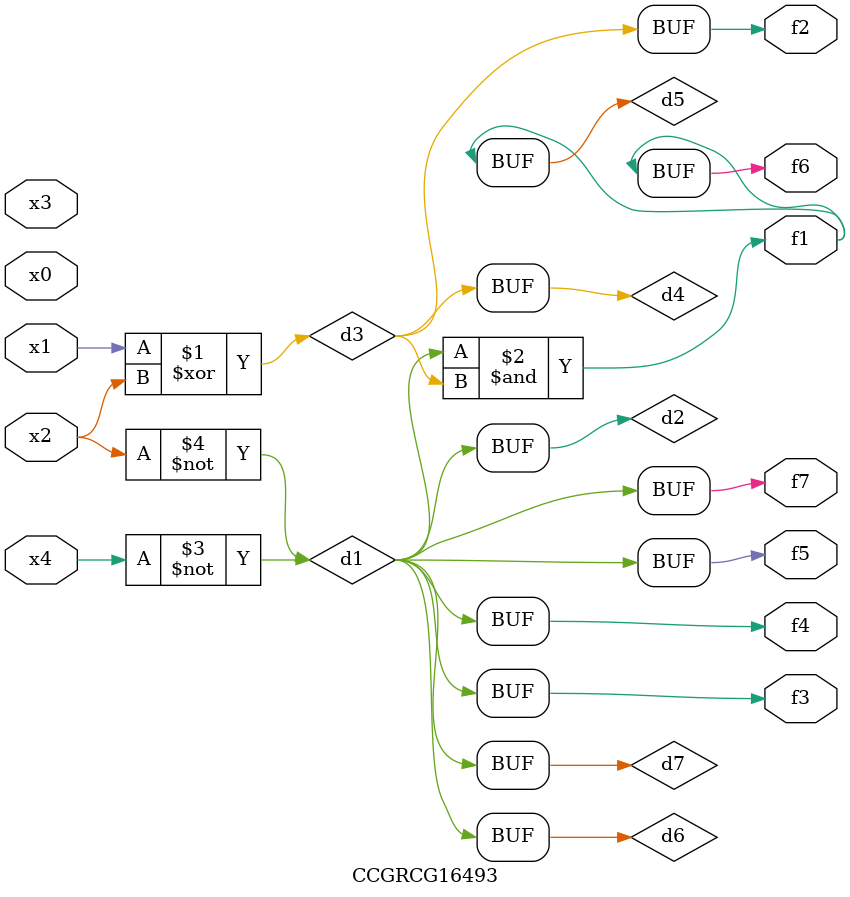
<source format=v>
module CCGRCG16493(
	input x0, x1, x2, x3, x4,
	output f1, f2, f3, f4, f5, f6, f7
);

	wire d1, d2, d3, d4, d5, d6, d7;

	not (d1, x4);
	not (d2, x2);
	xor (d3, x1, x2);
	buf (d4, d3);
	and (d5, d1, d3);
	buf (d6, d1, d2);
	buf (d7, d2);
	assign f1 = d5;
	assign f2 = d4;
	assign f3 = d7;
	assign f4 = d7;
	assign f5 = d7;
	assign f6 = d5;
	assign f7 = d7;
endmodule

</source>
